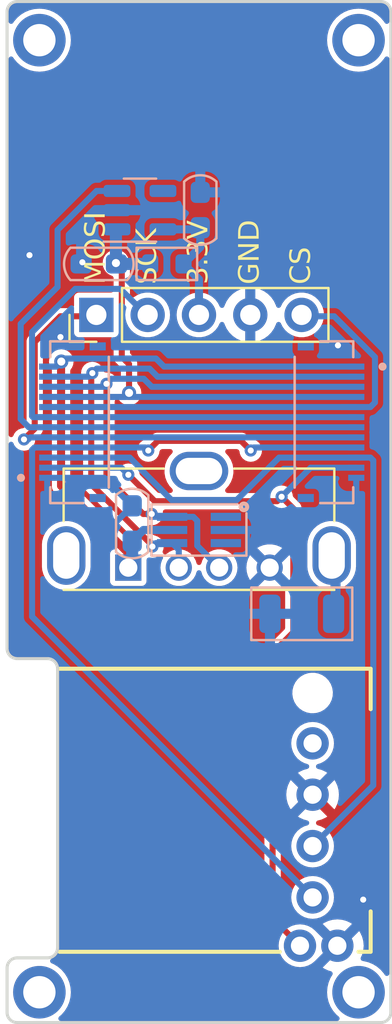
<source format=kicad_pcb>
(kicad_pcb (version 20221018) (generator pcbnew)
  (title_block (title "Corne EEC") (date "2023-07-18") (rev "1.0") (comment 1 "Copyright © 2023") (comment 2 "MIT License"))
  (layers (0 "F.Cu" signal) (31 "B.Cu" signal) (34 "B.Paste" user) (35 "F.Paste" user) (36 "B.SilkS" user "B.Silkscreen") (37 "F.SilkS" user "F.Silkscreen") (38 "B.Mask" user) (39 "F.Mask" user) (44 "Edge.Cuts" user))
  (net 0 "")
  (net 1 "GND")
  (net 2 "VBUS")
  (net 3 "+3V3")
  (net 4 "ENC_S1")
  (net 5 "ENC_B ")
  (net 6 "ENC_A ")
  (net 7 "SPI_MOSI")
  (net 8 "SPI_MISO")
  (net 9 "SPI_SCK ")
  (net 10 "/DM4")
  (net 11 "/DP4")
  (net 12 "SPI_CS  ")
  (net 14 "VCC")
  (net 16 "Net-(J1-Shield)")
  (footprint "ec_parts:SMT-SO-M1.6-with-ring" (layer "F.Cu") (at 207.9 48.912 180)
    (fp_text reference "H15" hide)
    (fp_text value "~" hide)
    (pad "1" thru_hole circle (at 0 0 180) (size 2.6 2.6) (drill 1.6) (layers "*.Cu" "*.Mask"))
  )
  (footprint "ec_parts:SMT-SO-M1.6-with-ring" (layer "F.Cu") (at 207.9 96)
    (fp_text reference "H16" hide)
    (fp_text value "~" hide)
    (pad "1" thru_hole circle (at 0 0) (size 2.6 2.6) (drill 1.6) (layers "*.Cu" "*.Mask"))
  )
  (footprint "ec_parts:NiceView_PinHeader_1x05_P2.54mm" (layer "F.Cu") (at 200 62.5)
    (fp_text reference "J4" hide)
    (fp_text value "Conn_01x05" hide)
    (fp_text user "CS" (at 5.08 -1.502 90 unlocked) (layer "F.SilkS") (effects (font (thickness 0.1)) (justify left)))
    (fp_text user "3.3V" (at 0 -1.502 90 unlocked) (layer "F.SilkS") (effects (font (thickness 0.1)) (justify left)))
    (fp_text user "MOSI" (at -5.08 -1.502 90 unlocked) (layer "F.SilkS") (effects (font (thickness 0.1)) (justify left)))
    (fp_text user "GND" (at 2.54 -1.502 90 unlocked) (layer "F.SilkS") (effects (font (thickness 0.1)) (justify left)))
    (fp_text user "SCK" (at -2.54 -1.502 90 unlocked) (layer "F.SilkS") (effects (font (thickness 0.1)) (justify left)))
    (fp_line (start -6.41 1.33) (end -6.41 0) (stroke (width 0.12)) (layer "F.SilkS"))
    (fp_line (start -5.08 1.33) (end -6.41 1.33) (stroke (width 0.12)) (layer "F.SilkS"))
    (fp_line (start -3.81 -1.33) (end 6.41 -1.33) (stroke (width 0.12)) (layer "F.SilkS"))
    (fp_line (start -3.81 1.33) (end -3.81 -1.33) (stroke (width 0.12)) (layer "F.SilkS"))
    (fp_line (start -3.81 1.33) (end 6.41 1.33) (stroke (width 0.12)) (layer "F.SilkS"))
    (fp_line (start 6.41 1.33) (end 6.41 -1.33) (stroke (width 0.12)) (layer "F.SilkS"))
    (pad "1" thru_hole rect (at -5.08 0 90) (size 1.7 1.7) (drill 1) (layers "*.Cu" "*.Mask") (net 7 "SPI_MOSI"))
    (pad "2" thru_hole oval (at -2.54 0 90) (size 1.7 1.7) (drill 1) (layers "*.Cu" "*.Mask") (net 9 "SPI_SCK "))
    (pad "3" thru_hole oval (at 0 0 90) (size 1.7 1.7) (drill 1) (layers "*.Cu" "*.Mask") (net 14 "VCC"))
    (pad "4" thru_hole oval (at 2.54 0 90) (size 1.7 1.7) (drill 1) (layers "*.Cu" "*.Mask") (net 1 "GND"))
    (pad "5" thru_hole oval (at 5.08 0 90) (size 1.7 1.7) (drill 1) (layers "*.Cu" "*.Mask") (net 12 "SPI_CS  "))
  )
  (footprint "ec_parts:USB_A_Molex_105057_Vertical" (layer "F.Cu") (at 200 75)
    (fp_text reference "J1" hide)
    (fp_text value "USB_A" hide)
    (fp_line (start -6.7 -4.9) (end -6.7 -2.3) (stroke (width 0.12)) (layer "F.SilkS"))
    (fp_line (start -6.7 -4.9) (end -1.75 -4.9) (stroke (width 0.12)) (layer "F.SilkS"))
    (fp_line (start 6.7 -4.9) (end 1.75 -4.9) (stroke (width 0.12)) (layer "F.SilkS"))
    (fp_line (start 6.7 -4.9) (end 6.7 -2.3) (stroke (width 0.12)) (layer "F.SilkS"))
    (fp_line (start 6.7 1.1) (end -6.7 1.1) (stroke (width 0.12)) (layer "F.SilkS"))
    (pad "1" thru_hole rect (at -3.5 0) (size 1.3 1.3) (drill 0.9) (layers "*.Cu" "*.Mask") (net 2 "VBUS"))
    (pad "2" thru_hole circle (at -1 0) (size 1.3 1.3) (drill 0.9) (layers "*.Cu" "*.Mask") (net 10 "/DM4"))
    (pad "3" thru_hole circle (at 1 0) (size 1.3 1.3) (drill 0.9) (layers "*.Cu" "*.Mask") (net 11 "/DP4"))
    (pad "4" thru_hole circle (at 3.5 0) (size 1.3 1.3) (drill 0.9) (layers "*.Cu" "*.Mask") (net 1 "GND"))
    (pad "5" thru_hole oval (at 6.57 -0.6) (size 1.9 2.9) (drill oval 1.3 2.3) (layers "*.Cu" "*.Mask") (net 16 "Net-(J1-Shield)"))
    (pad "MP" thru_hole oval (at -6.57 -0.6 180) (size 1.9 2.9) (drill oval 1.3 2.3) (layers "*.Cu" "*.Mask"))
    (pad "MP" thru_hole oval (at 0 -4.78 90) (size 1.9 2.9) (drill oval 1.3 2.3) (layers "*.Cu" "*.Mask"))
  )
  (footprint "ec_parts:SMT-SO-M1.6-with-ring" (layer "F.Cu") (at 192.1 96)
    (fp_text reference "H13" hide)
    (fp_text value "~" hide)
    (pad "1" thru_hole circle (at 0 0) (size 2.6 2.6) (drill 1.6) (layers "*.Cu" "*.Mask"))
  )
  (footprint "ec_parts:SMT-SO-M1.6-with-ring" (layer "F.Cu") (at 192.1 48.912)
    (fp_text reference "H14" hide)
    (fp_text value "~" hide)
    (pad "1" thru_hole circle (at 0 0) (size 2.6 2.6) (drill 1.6) (layers "*.Cu" "*.Mask"))
  )
  (footprint "ec_parts:EVQWGD001" (layer "F.Cu") (at 200 87.5 180)
    (fp_text reference "SW1" hide)
    (fp_text value "RotaryEncoder_Switch" hide)
    (fp_line (start -8.5 -6.5) (end -8.5 -4.5) (stroke (width 0.2)) (layer "F.SilkS"))
    (fp_line (start -8.5 5.5) (end -8.5 7.5) (stroke (width 0.2)) (layer "F.SilkS"))
    (fp_line (start -8.5 7.5) (end 6.9 7.5) (stroke (width 0.2)) (layer "F.SilkS"))
    (fp_line (start -7.9 -6.5) (end -8.5 -6.5) (stroke (width 0.2)) (layer "F.SilkS"))
    (fp_line (start 6.9 -6.5) (end -4 -6.5) (stroke (width 0.2)) (layer "F.SilkS"))
    (pad "" np_thru_hole circle (at -5.625 6.3 180) (size 1.5 1.5) (drill 1.5) (layers "*.Cu" "*.Mask"))
    (pad "A" thru_hole circle (at -5.625 -3.81 180) (size 1.6 1.6) (drill 0.9) (layers "*.Cu" "*.Mask") (net 6 "ENC_A "))
    (pad "B" thru_hole circle (at -5.625 -1.27 180) (size 1.6 1.6) (drill 0.9) (layers "*.Cu" "*.Mask") (net 5 "ENC_B "))
    (pad "C" thru_hole circle (at -5.625 1.27 180) (size 1.6 1.6) (drill 0.9) (layers "*.Cu" "*.Mask") (net 1 "GND"))
    (pad "D" thru_hole circle (at -5.625 3.81 180) (size 1.6 1.6) (drill 0.9) (layers "*.Cu" "*.Mask"))
    (pad "S1" thru_hole circle (at -6.85 -6.2 180) (size 1.6 1.6) (drill 0.9) (layers "*.Cu" "*.Mask") (net 1 "GND"))
    (pad "S2" thru_hole circle (at -5 -6.2 180) (size 1.6 1.6) (drill 0.9) (layers "*.Cu" "*.Mask") (net 4 "ENC_S1"))
  )
  (footprint "Package_TO_SOT_SMD:SOT-23-5" (layer "B.Cu") (at 197.08 57.319)
    (fp_text reference "U2" hide)
    (fp_text value "AP2112K-3.3" hide)
    (fp_line (start 0 -1.56) (end -0.8 -1.56) (stroke (width 0.12)) (layer "B.SilkS"))
    (fp_line (start 0 -1.56) (end 0.8 -1.56) (stroke (width 0.12)) (layer "B.SilkS"))
    (fp_line (start 0 1.56) (end -1.8 1.56) (stroke (width 0.12)) (layer "B.SilkS"))
    (fp_line (start 0 1.56) (end 0.8 1.56) (stroke (width 0.12)) (layer "B.SilkS"))
    (pad "1" smd roundrect (at -1.1375 0.95) (size 1.325 0.6) (layers "B.Cu" "B.Paste" "B.Mask") (net 3 "+3V3"))
    (pad "2" smd roundrect (at -1.1375 0) (size 1.325 0.6) (layers "B.Cu" "B.Paste" "B.Mask") (net 1 "GND"))
    (pad "3" smd roundrect (at -1.1375 -0.95) (size 1.325 0.6) (layers "B.Cu" "B.Paste" "B.Mask") (net 8 "SPI_MISO"))
    (pad "4" smd roundrect (at 1.1375 -0.95) (size 1.325 0.6) (layers "B.Cu" "B.Paste" "B.Mask"))
    (pad "5" smd roundrect (at 1.1375 0.95) (size 1.325 0.6) (layers "B.Cu" "B.Paste" "B.Mask") (net 14 "VCC"))
  )
  (footprint "PCM_Package_TO_SOT_SMD_AKL:SOT-363_SC-70-6_Handsoldering" (layer "B.Cu") (at 200 73.137 180)
    (fp_text reference "U1" hide)
    (fp_text value "DT1446-04S" hide)
    (fp_line (start -2.3495 -1.27) (end 2.3495 -1.27) (stroke (width 0.12)) (layer "B.SilkS"))
    (fp_line (start -2.3495 0.8255) (end -2.3495 -1.27) (stroke (width 0.12)) (layer "B.SilkS"))
    (fp_line (start 2.3495 -1.27) (end 2.3495 1.27) (stroke (width 0.12)) (layer "B.SilkS"))
    (fp_line (start 2.3495 1.27) (end -1.905 1.27) (stroke (width 0.12)) (layer "B.SilkS"))
    (fp_circle (center -2.2225 1.143) (end -2.159 1.143) (stroke (width 0.2)) (fill none) (layer "B.SilkS"))
    (pad "1" smd rect (at -1.33 0.65 180) (size 1.5 0.4) (layers "B.Cu" "B.Paste" "B.Mask"))
    (pad "2" smd rect (at -1.33 0 180) (size 1.5 0.4) (layers "B.Cu" "B.Paste" "B.Mask") (net 1 "GND"))
    (pad "3" smd rect (at -1.33 -0.65 180) (size 1.5 0.4) (layers "B.Cu" "B.Paste" "B.Mask"))
    (pad "4" smd rect (at 1.33 -0.65 180) (size 1.5 0.4) (layers "B.Cu" "B.Paste" "B.Mask") (net 10 "/DM4"))
    (pad "5" smd rect (at 1.33 0 180) (size 1.5 0.4) (layers "B.Cu" "B.Paste" "B.Mask") (net 2 "VBUS"))
    (pad "6" smd rect (at 1.33 0.65 180) (size 1.5 0.4) (layers "B.Cu" "B.Paste" "B.Mask") (net 11 "/DP4"))
  )
  (footprint "ec_parts:HRS_FH34SRJ-12S-0.5SH(50)" (layer "B.Cu") (at 206.537 67.807 90)
    (fp_text reference "J3" hide)
    (fp_text value "FH34SRJ-12S-0.5SH" hide)
    (fp_line (start -4 1.1) (end -4 -0.53) (stroke (width 0.127)) (layer "B.SilkS"))
    (fp_line (start -3.23 -1.8) (end 3.23 -1.8) (stroke (width 0.127)) (layer "B.SilkS"))
    (fp_line (start -3.22 1.1) (end -4 1.1) (stroke (width 0.127)) (layer "B.SilkS"))
    (fp_line (start 3.22 1.1) (end 4 1.1) (stroke (width 0.127)) (layer "B.SilkS"))
    (fp_line (start 4 1.1) (end 4 -0.53) (stroke (width 0.127)) (layer "B.SilkS"))
    (fp_circle (center 2.75 2.55) (end 2.85 2.55) (stroke (width 0.2)) (fill none) (layer "B.SilkS"))
    (pad "1" smd rect (at 2.75 1.25 90) (size 0.3 0.8) (layers "B.Cu" "B.Mask") (net 2 "VBUS"))
    (pad "2" smd rect (at 2.25 1.25 90) (size 0.3 0.8) (layers "B.Cu" "B.Mask") (net 10 "/DM4"))
    (pad "3" smd rect (at 1.75 1.25 90) (size 0.3 0.8) (layers "B.Cu" "B.Mask") (net 11 "/DP4"))
    (pad "4" smd rect (at 1.25 1.25 90) (size 0.3 0.8) (layers "B.Cu" "B.Mask") (net 3 "+3V3"))
    (pad "5" smd rect (at 0.75 1.25 90) (size 0.3 0.8) (layers "B.Cu" "B.Mask") (net 12 "SPI_CS  "))
    (pad "6" smd rect (at 0.25 1.25 90) (size 0.3 0.8) (layers "B.Cu" "B.Mask") (net 9 "SPI_SCK "))
    (pad "7" smd rect (at -0.25 1.25 90) (size 0.3 0.8) (layers "B.Cu" "B.Mask") (net 8 "SPI_MISO"))
    (pad "8" smd rect (at -0.75 1.25 90) (size 0.3 0.8) (layers "B.Cu" "B.Mask") (net 7 "SPI_MOSI"))
    (pad "9" smd rect (at -1.25 1.25 90) (size 0.3 0.8) (layers "B.Cu" "B.Mask") (net 6 "ENC_A "))
    (pad "10" smd rect (at -1.75 1.25 90) (size 0.3 0.8) (layers "B.Cu" "B.Mask") (net 5 "ENC_B "))
    (pad "11" smd rect (at -2.25 1.25 90) (size 0.3 0.8) (layers "B.Cu" "B.Mask") (net 4 "ENC_S1"))
    (pad "12" smd rect (at -2.75 1.25 90) (size 0.3 0.8) (layers "B.Cu" "B.Mask") (net 1 "GND"))
    (pad "S1" smd rect (at 3.75 -1.25 90) (size 0.4 0.8) (layers "B.Cu" "B.Paste" "B.Mask"))
    (pad "S2" smd rect (at -3.75 -1.25 90) (size 0.4 0.8) (layers "B.Cu" "B.Paste" "B.Mask"))
  )
  (footprint "PCM_Capacitor_SMD_AKL:C_0603_1608Metric_Pad1.05x0.95mm" (layer "B.Cu") (at 195.041 59.978)
    (fp_text reference "C3" hide)
    (fp_text value "C_Small" hide)
    (fp_line (start -1.4 -0.800002) (end 1.4 -0.8) (stroke (width 0.12)) (layer "B.SilkS"))
    (fp_line (start 1.4 0.800002) (end -1.4 0.8) (stroke (width 0.12)) (layer "B.SilkS"))
    (fp_arc (start -1.4 0.8) (mid -1.719939 -0.000001) (end -1.4 -0.800002) (stroke (width 0.12)) (layer "B.SilkS"))
    (fp_arc (start 1.4 -0.8) (mid 1.719939 0.000001) (end 1.4 0.800002) (stroke (width 0.12)) (layer "B.SilkS"))
    (pad "1" smd roundrect (at -0.875 0) (size 1.05 0.95) (layers "B.Cu" "B.Paste" "B.Mask") (net 1 "GND"))
    (pad "2" smd roundrect (at 0.875 0) (size 1.05 0.95) (layers "B.Cu" "B.Paste" "B.Mask") (net 3 "+3V3"))
  )
  (footprint "ec_parts:HRS_FH34SRJ-12S-0.5SH(50)" (layer "B.Cu") (at 193.737 67.807 -90)
    (fp_text reference "J2" hide)
    (fp_text value "FH34SRJ-12S-0.5SH" hide)
    (fp_line (start -4 1.1) (end -4 -0.53) (stroke (width 0.127)) (layer "B.SilkS"))
    (fp_line (start -3.23 -1.8) (end 3.23 -1.8) (stroke (width 0.127)) (layer "B.SilkS"))
    (fp_line (start -3.22 1.1) (end -4 1.1) (stroke (width 0.127)) (layer "B.SilkS"))
    (fp_line (start 3.22 1.1) (end 4 1.1) (stroke (width 0.127)) (layer "B.SilkS"))
    (fp_line (start 4 1.1) (end 4 -0.53) (stroke (width 0.127)) (layer "B.SilkS"))
    (fp_circle (center 2.75 2.55) (end 2.85 2.55) (stroke (width 0.2)) (fill none) (layer "B.SilkS"))
    (pad "1" smd rect (at 2.75 1.25 270) (size 0.3 0.8) (layers "B.Cu" "B.Mask") (net 1 "GND"))
    (pad "2" smd rect (at 2.25 1.25 270) (size 0.3 0.8) (layers "B.Cu" "B.Mask") (net 4 "ENC_S1"))
    (pad "3" smd rect (at 1.75 1.25 270) (size 0.3 0.8) (layers "B.Cu" "B.Mask") (net 5 "ENC_B "))
    (pad "4" smd rect (at 1.25 1.25 270) (size 0.3 0.8) (layers "B.Cu" "B.Mask") (net 6 "ENC_A "))
    (pad "5" smd rect (at 0.75 1.25 270) (size 0.3 0.8) (layers "B.Cu" "B.Mask") (net 7 "SPI_MOSI"))
    (pad "6" smd rect (at 0.25 1.25 270) (size 0.3 0.8) (layers "B.Cu" "B.Mask") (net 8 "SPI_MISO"))
    (pad "7" smd rect (at -0.25 1.25 270) (size 0.3 0.8) (layers "B.Cu" "B.Mask") (net 9 "SPI_SCK "))
    (pad "8" smd rect (at -0.75 1.25 270) (size 0.3 0.8) (layers "B.Cu" "B.Mask") (net 12 "SPI_CS  "))
    (pad "9" smd rect (at -1.25 1.25 270) (size 0.3 0.8) (layers "B.Cu" "B.Mask") (net 3 "+3V3"))
    (pad "10" smd rect (at -1.75 1.25 270) (size 0.3 0.8) (layers "B.Cu" "B.Mask") (net 11 "/DP4"))
    (pad "11" smd rect (at -2.25 1.25 270) (size 0.3 0.8) (layers "B.Cu" "B.Mask") (net 10 "/DM4"))
    (pad "12" smd rect (at -2.75 1.25 270) (size 0.3 0.8) (layers "B.Cu" "B.Mask") (net 2 "VBUS"))
    (pad "S1" smd rect (at 3.75 -1.25 270) (size 0.4 0.8) (layers "B.Cu" "B.Paste" "B.Mask"))
    (pad "S2" smd rect (at -3.75 -1.25 270) (size 0.4 0.8) (layers "B.Cu" "B.Paste" "B.Mask"))
  )
  (footprint "PCM_Capacitor_SMD_AKL:C_0603_1608Metric_Pad1.05x0.95mm" (layer "B.Cu") (at 196.694 72.818 -90)
    (fp_text reference "C1" hide)
    (fp_text value "C_Small" hide)
    (fp_line (start -1.4 -0.800002) (end 1.4 -0.8) (stroke (width 0.12)) (layer "B.SilkS"))
    (fp_line (start 1.4 0.800002) (end -1.4 0.8) (stroke (width 0.12)) (layer "B.SilkS"))
    (fp_arc (start -1.4 0.8) (mid -1.719939 -0.000001) (end -1.4 -0.800002) (stroke (width 0.12)) (layer "B.SilkS"))
    (fp_arc (start 1.4 -0.8) (mid 1.719939 0.000001) (end 1.4 0.800002) (stroke (width 0.12)) (layer "B.SilkS"))
    (pad "1" smd roundrect (at -0.875 0 270) (size 1.05 0.95) (layers "B.Cu" "B.Paste" "B.Mask") (net 1 "GND"))
    (pad "2" smd roundrect (at 0.875 0 270) (size 1.05 0.95) (layers "B.Cu" "B.Paste" "B.Mask") (net 2 "VBUS"))
  )
  (footprint "PCM_Inductor_SMD_AKL:L_1206_3216Metric" (layer "B.Cu") (at 205.089 77.283)
    (fp_text reference "L1" hide)
    (fp_text value "60R@100MHz" hide)
    (fp_line (start -2.5 -1.3) (end 2.5 -1.3) (stroke (width 0.12)) (layer "B.SilkS"))
    (fp_line (start -2.5 1.3) (end -2.5 -1.3) (stroke (width 0.12)) (layer "B.SilkS"))
    (fp_line (start 2.5 -1.3) (end 2.5 1.3) (stroke (width 0.12)) (layer "B.SilkS"))
    (fp_line (start 2.5 1.3) (end -2.5 1.3) (stroke (width 0.12)) (layer "B.SilkS"))
    (pad "1" smd roundrect (at -1.575 0) (size 1.05 1.9) (layers "B.Cu" "B.Paste" "B.Mask") (roundrect_rratio 0.238095) (net 1 "GND"))
    (pad "2" smd roundrect (at 1.575 0) (size 1.05 1.9) (layers "B.Cu" "B.Paste" "B.Mask") (roundrect_rratio 0.238095) (net 16 "Net-(J1-Shield)"))
  )
  (footprint "PCM_Resistor_SMD_AKL:R_0603_1608Metric" (layer "B.Cu") (at 198.41 59.978)
    (fp_text reference "R1" hide)
    (fp_text value "0" hide)
    (fp_line (start -1.5 -0.8) (end 1.5 -0.8) (stroke (width 0.12)) (layer "B.SilkS"))
    (fp_line (start -1.5 0.8) (end -1.5 -0.8) (stroke (width 0.12)) (layer "B.SilkS"))
    (fp_line (start 1.5 -0.8) (end 1.5 0.8) (stroke (width 0.12)) (layer "B.SilkS"))
    (fp_line (start 1.5 0.8) (end -1.5 0.8) (stroke (width 0.12)) (layer "B.SilkS"))
    (pad "1" smd roundrect (at -0.825 0) (size 0.8 0.95) (layers "B.Cu" "B.Paste" "B.Mask") (net 3 "+3V3"))
    (pad "2" smd roundrect (at 0.825 0) (size 0.8 0.95) (layers "B.Cu" "B.Paste" "B.Mask") (net 14 "VCC"))
  )
  (footprint "PCM_Capacitor_SMD_AKL:C_0603_1608Metric_Pad1.05x0.95mm" (layer "B.Cu") (at 200.065 57.312 -90)
    (fp_text reference "C2" hide)
    (fp_text value "C_Small" hide)
    (fp_line (start -1.4 -0.800002) (end 1.4 -0.8) (stroke (width 0.12)) (layer "B.SilkS"))
    (fp_line (start 1.4 0.800002) (end -1.4 0.8) (stroke (width 0.12)) (layer "B.SilkS"))
    (fp_arc (start -1.4 0.8) (mid -1.719939 -0.000001) (end -1.4 -0.800002) (stroke (width 0.12)) (layer "B.SilkS"))
    (fp_arc (start 1.4 -0.8) (mid 1.719939 0.000001) (end 1.4 0.800002) (stroke (width 0.12)) (layer "B.SilkS"))
    (pad "1" smd roundrect (at -0.875 0 270) (size 1.05 0.95) (layers "B.Cu" "B.Paste" "B.Mask") (net 1 "GND"))
    (pad "2" smd roundrect (at 0.875 0 270) (size 1.05 0.95) (layers "B.Cu" "B.Paste" "B.Mask") (net 14 "VCC"))
  )
  (gr_line (start 209 47) (end 191 47) (stroke (width 0.15)) (layer "Edge.Cuts"))
  (gr_line (start 191 97.5) (end 209 97.5) (stroke (width 0.15)) (layer "Edge.Cuts"))
  (gr_arc (start 192.5 79.5) (mid 192.853553 79.646447) (end 193 80) (stroke (width 0.15)) (layer "Edge.Cuts"))
  (gr_arc (start 193 93.8) (mid 192.853553 94.153553) (end 192.5 94.3) (stroke (width 0.15)) (layer "Edge.Cuts"))
  (gr_line (start 190.5 94.8) (end 190.5 97) (stroke (width 0.15)) (layer "Edge.Cuts"))
  (gr_arc (start 190.5 47.5) (mid 190.646447 47.146447) (end 191 47) (stroke (width 0.15)) (layer "Edge.Cuts"))
  (gr_line (start 193 80) (end 193 93.8) (stroke (width 0.15)) (layer "Edge.Cuts"))
  (gr_arc (start 190.5 94.8) (mid 190.646447 94.446447) (end 191 94.3) (stroke (width 0.15)) (layer "Edge.Cuts"))
  (gr_line (start 190.5 47.5) (end 190.5 79) (stroke (width 0.15)) (layer "Edge.Cuts"))
  (gr_arc (start 191 79.5) (mid 190.646447 79.353553) (end 190.5 79) (stroke (width 0.15)) (layer "Edge.Cuts"))
  (gr_arc (start 191 97.5) (mid 190.646447 97.353553) (end 190.5 97) (stroke (width 0.15)) (layer "Edge.Cuts"))
  (gr_line (start 192.5 94.3) (end 191 94.3) (stroke (width 0.15)) (layer "Edge.Cuts"))
  (gr_line (start 192.5 79.5) (end 191 79.5) (stroke (width 0.15)) (layer "Edge.Cuts"))
  (gr_arc (start 209.5 97) (mid 209.353553 97.353553) (end 209 97.5) (stroke (width 0.15)) (layer "Edge.Cuts"))
  (gr_arc (start 209 47) (mid 209.353553 47.146447) (end 209.5 47.5) (stroke (width 0.15)) (layer "Edge.Cuts"))
  (gr_line (start 209.5 47.5) (end 209.5 97) (stroke (width 0.15)) (layer "Edge.Cuts"))
  (via (at 206.879753 64.005686) (size 0.6) (drill 0.3) (layers "F.Cu" "B.Cu") (net 1))
  (via (at 191.61 59.545) (size 0.6) (drill 0.3) (layers "F.Cu" "B.Cu") (net 1))
  (via (at 193.143 63.595) (size 0.6) (drill 0.3) (layers "F.Cu" "B.Cu") (net 1))
  (via (at 208.13 91.42) (size 0.6) (drill 0.3) (layers "F.Cu" "B.Cu") (net 1))
  (via (at 194.228 59.8975) (size 0.6) (drill 0.3) (layers "F.Cu" "B.Cu") (net 1))
  (segment (start 195.308 70.557) (end 196.694 71.943) (width 0.3) (layer "B.Cu") (net 1))
  (segment (start 196.694 71.943) (end 195.15 73.487) (width 0.3) (layer "B.Cu") (net 1))
  (segment (start 207.787 70.557) (end 207.787 72.713) (width 0.3) (layer "B.Cu") (net 1))
  (segment (start 192.487 70.557) (end 195.308 70.557) (width 0.3) (layer "B.Cu") (net 1))
  (segment (start 202.28 73.137) (end 202.405 73.262) (width 0.25) (layer "B.Cu") (net 1))
  (segment (start 195.15 77.265) (end 203.496 77.265) (width 0.3) (layer "B.Cu") (net 1))
  (segment (start 202.405 73.999) (end 203.406 75) (width 0.25) (layer "B.Cu") (net 1))
  (segment (start 195.15 73.487) (end 195.15 77.265) (width 0.3) (layer "B.Cu") (net 1))
  (segment (start 201.33 73.137) (end 202.28 73.137) (width 0.25) (layer "B.Cu") (net 1))
  (segment (start 202.405 73.262) (end 202.405 73.999) (width 0.25) (layer "B.Cu") (net 1))
  (segment (start 193.173 70.954) (end 196.5 74.281) (width 0.4) (layer "F.Cu") (net 2))
  (segment (start 193.173 64.817813) (end 193.173 70.954) (width 0.4) (layer "F.Cu") (net 2))
  (segment (start 193.183313 64.8075) (end 193.173 64.817813) (width 0.4) (layer "F.Cu") (net 2))
  (segment (start 196.5 74.281) (end 196.5 75) (width 0.4) (layer "F.Cu") (net 2))
  (via (at 193.183313 64.8075) (size 0.7) (drill 0.4) (layers "F.Cu" "B.Cu") (net 2))
  (segment (start 198.27 65.057) (end 207.787 65.057) (width 0.3) (layer "B.Cu") (net 2))
  (segment (start 197.8705 64.6575) (end 198.27 65.057) (width 0.3) (layer "B.Cu") (net 2))
  (segment (start 196.694 73.693) (end 197.25 73.137) (width 0.4) (layer "B.Cu") (net 2))
  (segment (start 193.183313 64.8075) (end 192.933813 65.057) (width 0.3) (layer "B.Cu") (net 2))
  (segment (start 192.933813 65.057) (end 192.487 65.057) (width 0.3) (layer "B.Cu") (net 2))
  (segment (start 197.25 73.137) (end 198.67 73.137) (width 0.4) (layer "B.Cu") (net 2))
  (segment (start 193.333313 64.6575) (end 197.8705 64.6575) (width 0.3) (layer "B.Cu") (net 2))
  (segment (start 193.183313 64.8075) (end 193.333313 64.6575) (width 0.3) (layer "B.Cu") (net 2))
  (segment (start 196.694 73.693) (end 196.694 74.806) (width 0.6) (layer "B.Cu") (net 2))
  (segment (start 196.539 64.935) (end 196.178 64.574) (width 0.3) (layer "F.Cu") (net 3))
  (segment (start 196.178 64.574) (end 196.178 60.224) (width 0.3) (layer "F.Cu") (net 3))
  (segment (start 196.539 66.357) (end 196.539 64.935) (width 0.3) (layer "F.Cu") (net 3))
  (segment (start 196.178 60.224) (end 195.889 59.935) (width 0.3) (layer "F.Cu") (net 3))
  (via (at 196.539 66.357) (size 0.7) (drill 0.4) (layers "F.Cu" "B.Cu") (net 3))
  (via (at 195.889 59.935) (size 0.8) (drill 0.4) (layers "F.Cu" "B.Cu") (net 3))
  (segment (start 192.981 66.557) (end 207.787 66.557) (width 0.3) (layer "B.Cu") (net 3))
  (segment (start 196.539 66.357) (end 196.339 66.557) (width 0.3) (layer "B.Cu") (net 3))
  (segment (start 196.339 66.557) (end 192.981 66.557) (width 0.3) (layer "B.Cu") (net 3))
  (segment (start 192.487 66.557) (end 192.981 66.557) (width 0.3) (layer "B.Cu") (net 3))
  (segment (start 195.889 59.935) (end 195.889 59.228) (width 0.6) (layer "B.Cu") (net 3))
  (segment (start 195.889 59.228) (end 195.889 59.951) (width 0.6) (layer "B.Cu") (net 3))
  (segment (start 195.889 59.228) (end 195.889 58.3225) (width 0.6) (layer "B.Cu") (net 3))
  (segment (start 195.916 59.978) (end 197.585 59.978) (width 0.6) (layer "B.Cu") (net 3))
  (segment (start 203.644 92.344) (end 205 93.7) (width 0.3) (layer "F.Cu") (net 4))
  (segment (start 203.644 79.224) (end 203.644 92.344) (width 0.3) (layer "F.Cu") (net 4))
  (segment (start 204.672 72.077) (end 204.09 71.495) (width 0.3) (layer "F.Cu") (net 4))
  (segment (start 197.811 71.714) (end 196.504 70.407) (width 0.3) (layer "F.Cu") (net 4))
  (segment (start 204.672 72.077) (end 204.672 78.196) (width 0.3) (layer "F.Cu") (net 4))
  (segment (start 204.09 71.495) (end 203.871 71.714) (width 0.3) (layer "F.Cu") (net 4))
  (segment (start 203.871 71.714) (end 197.811 71.714) (width 0.3) (layer "F.Cu") (net 4))
  (segment (start 204.672 78.196) (end 203.644 79.224) (width 0.3) (layer "F.Cu") (net 4))
  (via (at 196.504 70.407) (size 0.6) (drill 0.3) (layers "F.Cu" "B.Cu") (net 4))
  (via (at 204.09 71.495) (size 0.6) (drill 0.3) (layers "F.Cu" "B.Cu") (net 4))
  (segment (start 205.528 70.057) (end 207.787 70.057) (width 0.3) (layer "B.Cu") (net 4))
  (segment (start 204.09 71.495) (end 205.528 70.057) (width 0.3) (layer "B.Cu") (net 4))
  (segment (start 192.487 70.057) (end 196.154 70.057) (width 0.3) (layer "B.Cu") (net 4))
  (segment (start 196.154 70.057) (end 196.504 70.407) (width 0.3) (layer "B.Cu") (net 4))
  (segment (start 208.629 69.699) (end 208.487 69.557) (width 0.3) (layer "B.Cu") (net 5))
  (segment (start 203.966 69.557) (end 201.87 71.653) (width 0.3) (layer "B.Cu") (net 5))
  (segment (start 208.629 85.766) (end 208.629 69.699) (width 0.3) (layer "B.Cu") (net 5))
  (segment (start 197.154 70.137761) (end 196.573239 69.557) (width 0.3) (layer "B.Cu") (net 5))
  (segment (start 201.87 71.653) (end 198.64 71.653) (width 0.3) (layer "B.Cu") (net 5))
  (segment (start 205.625 88.77) (end 208.629 85.766) (width 0.3) (layer "B.Cu") (net 5))
  (segment (start 197.154 70.167) (end 197.154 70.137761) (width 0.3) (layer "B.Cu") (net 5))
  (segment (start 207.787 69.557) (end 203.966 69.557) (width 0.3) (layer "B.Cu") (net 5))
  (segment (start 196.573239 69.557) (end 192.487 69.557) (width 0.3) (layer "B.Cu") (net 5))
  (segment (start 208.487 69.557) (end 207.787 69.557) (width 0.3) (layer "B.Cu") (net 5))
  (segment (start 198.64 71.653) (end 197.154 70.167) (width 0.3) (layer "B.Cu") (net 5))
  (segment (start 197.9675 68.73) (end 197.491 69.2065) (width 0.3) (layer "F.Cu") (net 6))
  (segment (start 202.561 69.2065) (end 202.0845 68.73) (width 0.3) (layer "F.Cu") (net 6))
  (segment (start 202.0845 68.73) (end 197.9675 68.73) (width 0.3) (layer "F.Cu") (net 6))
  (via (at 202.561 69.2065) (size 0.6) (drill 0.3) (layers "F.Cu" "B.Cu") (net 6))
  (via (at 197.491 69.2065) (size 0.6) (drill 0.3) (layers "F.Cu" "B.Cu") (net 6))
  (segment (start 191.737 77.422) (end 191.737 69.178622) (width 0.3) (layer "B.Cu") (net 6))
  (segment (start 197.491 69.2065) (end 197.3415 69.057) (width 0.3) (layer "B.Cu") (net 6))
  (segment (start 202.7105 69.057) (end 207.787 69.057) (width 0.3) (layer "B.Cu") (net 6))
  (segment (start 191.858622 69.057) (end 192.487 69.057) (width 0.3) (layer "B.Cu") (net 6))
  (segment (start 191.737 69.178622) (end 191.858622 69.057) (width 0.3) (layer "B.Cu") (net 6))
  (segment (start 202.561 69.2065) (end 202.7105 69.057) (width 0.3) (layer "B.Cu") (net 6))
  (segment (start 192.487 69.057) (end 197.3415 69.057) (width 0.3) (layer "B.Cu") (net 6))
  (segment (start 205.625 91.31) (end 191.737 77.422) (width 0.3) (layer "B.Cu") (net 6))
  (segment (start 191.869 63.836) (end 193.136 62.569) (width 0.3) (layer "F.Cu") (net 7))
  (segment (start 193.136 62.569) (end 194.92 62.569) (width 0.3) (layer "F.Cu") (net 7))
  (segment (start 191.337007 68.659376) (end 191.869 68.127383) (width 0.3) (layer "F.Cu") (net 7))
  (segment (start 191.869 68.127383) (end 191.869 63.836) (width 0.3) (layer "F.Cu") (net 7))
  (via (at 191.337007 68.659376) (size 0.6) (drill 0.3) (layers "F.Cu" "B.Cu") (net 7))
  (segment (start 192.487 68.557) (end 207.787 68.557) (width 0.3) (layer "B.Cu") (net 7))
  (segment (start 191.337007 68.659376) (end 191.548015 68.659376) (width 0.3) (layer "B.Cu") (net 7))
  (segment (start 192.487 68.557) (end 191.787 68.557) (width 0.3) (layer "B.Cu") (net 7))
  (segment (start 191.650391 68.557) (end 191.787 68.557) (width 0.3) (layer "B.Cu") (net 7))
  (segment (start 191.548015 68.659376) (end 191.650391 68.557) (width 0.3) (layer "B.Cu") (net 7))
  (segment (start 194.93 56.369) (end 195.9425 56.369) (width 0.3) (layer "B.Cu") (net 8))
  (segment (start 191.174 62.943) (end 193 61.117) (width 0.3) (layer "B.Cu") (net 8))
  (segment (start 193 61.117) (end 193 58.299) (width 0.3) (layer "B.Cu") (net 8))
  (segment (start 192.487 68.057) (end 207.787 68.057) (width 0.3) (layer "B.Cu") (net 8))
  (segment (start 192.487 68.057) (end 191.579894 68.057) (width 0.3) (layer "B.Cu") (net 8))
  (segment (start 191.174 67.651106) (end 191.174 62.943) (width 0.3) (layer "B.Cu") (net 8))
  (segment (start 193 58.299) (end 194.93 56.369) (width 0.3) (layer "B.Cu") (net 8))
  (segment (start 191.579894 68.057) (end 191.174 67.651106) (width 0.3) (layer "B.Cu") (net 8))
  (segment (start 196.102 61.211) (end 193.878 61.211) (width 0.3) (layer "B.Cu") (net 9))
  (segment (start 193.878 61.211) (end 191.737 63.352) (width 0.3) (layer "B.Cu") (net 9))
  (segment (start 197.46 62.569) (end 196.102 61.211) (width 0.3) (layer "B.Cu") (net 9))
  (segment (start 191.787 67.557) (end 192.487 67.557) (width 0.3) (layer "B.Cu") (net 9))
  (segment (start 192.487 67.557) (end 207.787 67.557) (width 0.3) (layer "B.Cu") (net 9))
  (segment (start 191.737 63.352) (end 191.737 67.507) (width 0.3) (layer "B.Cu") (net 9))
  (segment (start 191.737 67.507) (end 191.787 67.557) (width 0.3) (layer "B.Cu") (net 9))
  (segment (start 197.696 73.958) (end 197.696 73.908) (width 0.3) (layer "F.Cu") (net 10))
  (segment (start 197.696 73.908) (end 194.668 70.88) (width 0.3) (layer "F.Cu") (net 10))
  (segment (start 194.668 70.88) (end 194.668 65.432018) (width 0.3) (layer "F.Cu") (net 10))
  (segment (start 194.668 65.432018) (end 194.721759 65.378259) (width 0.3) (layer "F.Cu") (net 10))
  (via (at 194.721759 65.378259) (size 0.6) (drill 0.3) (layers "F.Cu" "B.Cu") (net 10))
  (via (at 197.696 73.958) (size 0.6) (drill 0.3) (layers "F.Cu" "B.Cu") (net 10))
  (segment (start 197.953 65.557) (end 207.787 65.557) (width 0.3) (layer "B.Cu") (net 10))
  (segment (start 194.721759 65.378259) (end 194.543018 65.557) (width 0.3) (layer "B.Cu") (net 10))
  (segment (start 197.867 73.787) (end 197.696 73.958) (width 0.3) (layer "B.Cu") (net 10))
  (segment (start 194.721759 65.378259) (end 194.942518 65.1575) (width 0.3) (layer "B.Cu") (net 10))
  (segment (start 194.942518 65.1575) (end 197.5535 65.1575) (width 0.3) (layer "B.Cu") (net 10))
  (segment (start 199 74.117) (end 198.67 73.787) (width 0.3) (layer "B.Cu") (net 10))
  (segment (start 197.5535 65.1575) (end 197.953 65.557) (width 0.3) (layer "B.Cu") (net 10))
  (segment (start 198.67 73.787) (end 197.867 73.787) (width 0.3) (layer "B.Cu") (net 10))
  (segment (start 194.543018 65.557) (end 192.487 65.557) (width 0.3) (layer "B.Cu") (net 10))
  (segment (start 199 75) (end 199 74.117) (width 0.3) (layer "B.Cu") (net 10))
  (segment (start 197.660901 72.345919) (end 197.237919 72.345919) (width 0.3) (layer "F.Cu") (net 11))
  (segment (start 195.420514 70.528514) (end 195.420514 65.9075) (width 0.3) (layer "F.Cu") (net 11))
  (segment (start 197.237919 72.345919) (end 195.420514 70.528514) (width 0.3) (layer "F.Cu") (net 11))
  (via (at 195.420514 65.9075) (size 0.6) (drill 0.3) (layers "F.Cu" "B.Cu") (net 11))
  (via (at 197.660901 72.345919) (size 0.6) (drill 0.3) (layers "F.Cu" "B.Cu") (net 11))
  (segment (start 197.2675 65.6575) (end 197.667 66.057) (width 0.3) (layer "B.Cu") (net 11))
  (segment (start 201 75) (end 199.914 73.914) (width 0.3) (layer "B.Cu") (net 11))
  (segment (start 195.670514 65.6575) (end 197.2675 65.6575) (width 0.3) (layer "B.Cu") (net 11))
  (segment (start 197.801982 72.487) (end 198.67 72.487) (width 0.3) (layer "B.Cu") (net 11))
  (segment (start 199.914 73.914) (end 199.914 72.681) (width 0.3) (layer "B.Cu") (net 11))
  (segment (start 199.914 72.681) (end 199.72 72.487) (width 0.3) (layer "B.Cu") (net 11))
  (segment (start 199.72 72.487) (end 198.67 72.487) (width 0.3) (layer "B.Cu") (net 11))
  (segment (start 195.271014 66.057) (end 195.670514 65.6575) (width 0.3) (layer "B.Cu") (net 11))
  (segment (start 192.487 66.057) (end 195.271014 66.057) (width 0.3) (layer "B.Cu") (net 11))
  (segment (start 197.660901 72.345919) (end 197.801982 72.487) (width 0.3) (layer "B.Cu") (net 11))
  (segment (start 197.667 66.057) (end 207.787 66.057) (width 0.3) (layer "B.Cu") (net 11))
  (segment (start 208.487 67.057) (end 208.713 66.831) (width 0.3) (layer "B.Cu") (net 12))
  (segment (start 208.713 64.588) (end 206.694 62.569) (width 0.3) (layer "B.Cu") (net 12))
  (segment (start 207.053 67.057) (end 208.487 67.057) (width 0.3) (layer "B.Cu") (net 12))
  (segment (start 207.053 67.057) (end 207.787 67.057) (width 0.3) (layer "B.Cu") (net 12))
  (segment (start 206.694 62.569) (end 205.08 62.569) (width 0.3) (layer "B.Cu") (net 12))
  (segment (start 192.487 67.057) (end 207.053 67.057) (width 0.3) (layer "B.Cu") (net 12))
  (segment (start 208.713 66.831) (end 208.713 64.588) (width 0.3) (layer "B.Cu") (net 12))
  (segment (start 200.065 58.187) (end 200.065 59.148) (width 0.4) (layer "B.Cu") (net 14))
  (segment (start 199.235 59.978) (end 200 60.743) (width 0.4) (layer "B.Cu") (net 14))
  (segment (start 200 60.743) (end 200 62.5) (width 0.4) (layer "B.Cu") (net 14))
  (segment (start 200.065 59.148) (end 199.235 59.978) (width 0.4) (layer "B.Cu") (net 14))
  (segment (start 198.2175 58.269) (end 199.9705 58.269) (width 0.4) (layer "B.Cu") (net 14))
  (segment (start 206.759264 77.978264) (end 206.759264 74.589264) (width 0.5) (layer "B.Cu") (net 16))
  (zone (net 1) (net_name "GND") (layers "F&B.Cu") (connect_pads (clearance 0.254)) (min_thickness 0.25) (fill yes (thermal_gap 0.5) (thermal_bridge_width 0.5))
    (polygon (pts (arc (start 190.5 94.8) (mid 190.646447 94.446447) (end 191 94.3)) (arc (start 192.5 94.3) (mid 192.853553 94.153553) (end 193 93.8)) (arc (start 193 80) (mid 192.853553 79.646447) (end 192.5 79.5)) (arc (start 191 79.5) (mid 190.646447 79.353553) (end 190.5 79)) (arc (start 190.5 47.5) (mid 190.646447 47.146447) (end 191 47)) (arc (start 209 47) (mid 209.353553 47.146447) (end 209.5 47.5)) (arc (start 209.5 97) (mid 209.353553 97.353553) (end 209 97.5)) (arc (start 191 97.5) (mid 190.646447 97.353553) (end 190.5 97))))
  )
)
</source>
